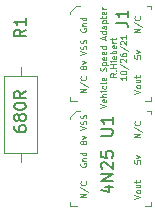
<source format=gbr>
%TF.GenerationSoftware,KiCad,Pcbnew,(5.1.6)-1*%
%TF.CreationDate,2021-10-26T16:01:37-07:00*%
%TF.ProjectId,VSS Signal Adapter,56535320-5369-4676-9e61-6c2041646170,rev?*%
%TF.SameCoordinates,Original*%
%TF.FileFunction,Legend,Top*%
%TF.FilePolarity,Positive*%
%FSLAX46Y46*%
G04 Gerber Fmt 4.6, Leading zero omitted, Abs format (unit mm)*
G04 Created by KiCad (PCBNEW (5.1.6)-1) date 2021-10-26 16:01:37*
%MOMM*%
%LPD*%
G01*
G04 APERTURE LIST*
%ADD10C,0.076200*%
%ADD11C,0.100000*%
%ADD12C,0.120000*%
%ADD13C,0.150000*%
G04 APERTURE END LIST*
D10*
X141163523Y-98926952D02*
X141139333Y-98975333D01*
X141115142Y-98999523D01*
X141066761Y-99023714D01*
X141042571Y-99023714D01*
X140994190Y-98999523D01*
X140970000Y-98975333D01*
X140945809Y-98926952D01*
X140945809Y-98830190D01*
X140970000Y-98781809D01*
X140994190Y-98757619D01*
X141042571Y-98733428D01*
X141066761Y-98733428D01*
X141115142Y-98757619D01*
X141139333Y-98781809D01*
X141163523Y-98830190D01*
X141163523Y-98926952D01*
X141187714Y-98975333D01*
X141211904Y-98999523D01*
X141260285Y-99023714D01*
X141357047Y-99023714D01*
X141405428Y-98999523D01*
X141429619Y-98975333D01*
X141453809Y-98926952D01*
X141453809Y-98830190D01*
X141429619Y-98781809D01*
X141405428Y-98757619D01*
X141357047Y-98733428D01*
X141260285Y-98733428D01*
X141211904Y-98757619D01*
X141187714Y-98781809D01*
X141163523Y-98830190D01*
X141115142Y-98564095D02*
X141453809Y-98443142D01*
X141115142Y-98322190D01*
X140945809Y-97814190D02*
X141453809Y-97644857D01*
X140945809Y-97475523D01*
X141429619Y-97330380D02*
X141453809Y-97257809D01*
X141453809Y-97136857D01*
X141429619Y-97088476D01*
X141405428Y-97064285D01*
X141357047Y-97040095D01*
X141308666Y-97040095D01*
X141260285Y-97064285D01*
X141236095Y-97088476D01*
X141211904Y-97136857D01*
X141187714Y-97233619D01*
X141163523Y-97282000D01*
X141139333Y-97306190D01*
X141090952Y-97330380D01*
X141042571Y-97330380D01*
X140994190Y-97306190D01*
X140970000Y-97282000D01*
X140945809Y-97233619D01*
X140945809Y-97112666D01*
X140970000Y-97040095D01*
X141429619Y-96846571D02*
X141453809Y-96774000D01*
X141453809Y-96653047D01*
X141429619Y-96604666D01*
X141405428Y-96580476D01*
X141357047Y-96556285D01*
X141308666Y-96556285D01*
X141260285Y-96580476D01*
X141236095Y-96604666D01*
X141211904Y-96653047D01*
X141187714Y-96749809D01*
X141163523Y-96798190D01*
X141139333Y-96822380D01*
X141090952Y-96846571D01*
X141042571Y-96846571D01*
X140994190Y-96822380D01*
X140970000Y-96798190D01*
X140945809Y-96749809D01*
X140945809Y-96628857D01*
X140970000Y-96556285D01*
X140970000Y-100656571D02*
X140945809Y-100704952D01*
X140945809Y-100777523D01*
X140970000Y-100850095D01*
X141018380Y-100898476D01*
X141066761Y-100922666D01*
X141163523Y-100946857D01*
X141236095Y-100946857D01*
X141332857Y-100922666D01*
X141381238Y-100898476D01*
X141429619Y-100850095D01*
X141453809Y-100777523D01*
X141453809Y-100729142D01*
X141429619Y-100656571D01*
X141405428Y-100632380D01*
X141236095Y-100632380D01*
X141236095Y-100729142D01*
X141115142Y-100414666D02*
X141453809Y-100414666D01*
X141163523Y-100414666D02*
X141139333Y-100390476D01*
X141115142Y-100342095D01*
X141115142Y-100269523D01*
X141139333Y-100221142D01*
X141187714Y-100196952D01*
X141453809Y-100196952D01*
X141453809Y-99737333D02*
X140945809Y-99737333D01*
X141429619Y-99737333D02*
X141453809Y-99785714D01*
X141453809Y-99882476D01*
X141429619Y-99930857D01*
X141405428Y-99955047D01*
X141357047Y-99979238D01*
X141211904Y-99979238D01*
X141163523Y-99955047D01*
X141139333Y-99930857D01*
X141115142Y-99882476D01*
X141115142Y-99785714D01*
X141139333Y-99737333D01*
X145517809Y-103644095D02*
X146025809Y-103474761D01*
X145517809Y-103305428D01*
X146025809Y-103063523D02*
X146001619Y-103111904D01*
X145977428Y-103136095D01*
X145929047Y-103160285D01*
X145783904Y-103160285D01*
X145735523Y-103136095D01*
X145711333Y-103111904D01*
X145687142Y-103063523D01*
X145687142Y-102990952D01*
X145711333Y-102942571D01*
X145735523Y-102918380D01*
X145783904Y-102894190D01*
X145929047Y-102894190D01*
X145977428Y-102918380D01*
X146001619Y-102942571D01*
X146025809Y-102990952D01*
X146025809Y-103063523D01*
X145687142Y-102458761D02*
X146025809Y-102458761D01*
X145687142Y-102676476D02*
X145953238Y-102676476D01*
X146001619Y-102652285D01*
X146025809Y-102603904D01*
X146025809Y-102531333D01*
X146001619Y-102482952D01*
X145977428Y-102458761D01*
X145687142Y-102289428D02*
X145687142Y-102095904D01*
X145517809Y-102216857D02*
X145953238Y-102216857D01*
X146001619Y-102192666D01*
X146025809Y-102144285D01*
X146025809Y-102095904D01*
X145517809Y-100402571D02*
X145517809Y-100644476D01*
X145759714Y-100668666D01*
X145735523Y-100644476D01*
X145711333Y-100596095D01*
X145711333Y-100475142D01*
X145735523Y-100426761D01*
X145759714Y-100402571D01*
X145808095Y-100378380D01*
X145929047Y-100378380D01*
X145977428Y-100402571D01*
X146001619Y-100426761D01*
X146025809Y-100475142D01*
X146025809Y-100596095D01*
X146001619Y-100644476D01*
X145977428Y-100668666D01*
X145687142Y-100209047D02*
X146025809Y-100088095D01*
X145687142Y-99967142D01*
X141453809Y-103535238D02*
X140945809Y-103535238D01*
X141453809Y-103244952D01*
X140945809Y-103244952D01*
X140921619Y-102640190D02*
X141574761Y-103075619D01*
X141405428Y-102180571D02*
X141429619Y-102204761D01*
X141453809Y-102277333D01*
X141453809Y-102325714D01*
X141429619Y-102398285D01*
X141381238Y-102446666D01*
X141332857Y-102470857D01*
X141236095Y-102495047D01*
X141163523Y-102495047D01*
X141066761Y-102470857D01*
X141018380Y-102446666D01*
X140970000Y-102398285D01*
X140945809Y-102325714D01*
X140945809Y-102277333D01*
X140970000Y-102204761D01*
X140994190Y-102180571D01*
X146025809Y-98455238D02*
X145517809Y-98455238D01*
X146025809Y-98164952D01*
X145517809Y-98164952D01*
X145493619Y-97560190D02*
X146146761Y-97995619D01*
X145977428Y-97100571D02*
X146001619Y-97124761D01*
X146025809Y-97197333D01*
X146025809Y-97245714D01*
X146001619Y-97318285D01*
X145953238Y-97366666D01*
X145904857Y-97390857D01*
X145808095Y-97415047D01*
X145735523Y-97415047D01*
X145638761Y-97390857D01*
X145590380Y-97366666D01*
X145542000Y-97318285D01*
X145517809Y-97245714D01*
X145517809Y-97197333D01*
X145542000Y-97124761D01*
X145566190Y-97100571D01*
X142647609Y-95951523D02*
X143155609Y-95782190D01*
X142647609Y-95612857D01*
X143131419Y-95250000D02*
X143155609Y-95298380D01*
X143155609Y-95395142D01*
X143131419Y-95443523D01*
X143083038Y-95467714D01*
X142889514Y-95467714D01*
X142841133Y-95443523D01*
X142816942Y-95395142D01*
X142816942Y-95298380D01*
X142841133Y-95250000D01*
X142889514Y-95225809D01*
X142937895Y-95225809D01*
X142986276Y-95467714D01*
X143155609Y-95008095D02*
X142647609Y-95008095D01*
X143155609Y-94790380D02*
X142889514Y-94790380D01*
X142841133Y-94814571D01*
X142816942Y-94862952D01*
X142816942Y-94935523D01*
X142841133Y-94983904D01*
X142865323Y-95008095D01*
X143155609Y-94548476D02*
X142816942Y-94548476D01*
X142647609Y-94548476D02*
X142671800Y-94572666D01*
X142695990Y-94548476D01*
X142671800Y-94524285D01*
X142647609Y-94548476D01*
X142695990Y-94548476D01*
X143131419Y-94088857D02*
X143155609Y-94137238D01*
X143155609Y-94234000D01*
X143131419Y-94282380D01*
X143107228Y-94306571D01*
X143058847Y-94330761D01*
X142913704Y-94330761D01*
X142865323Y-94306571D01*
X142841133Y-94282380D01*
X142816942Y-94234000D01*
X142816942Y-94137238D01*
X142841133Y-94088857D01*
X143155609Y-93798571D02*
X143131419Y-93846952D01*
X143083038Y-93871142D01*
X142647609Y-93871142D01*
X143131419Y-93411523D02*
X143155609Y-93459904D01*
X143155609Y-93556666D01*
X143131419Y-93605047D01*
X143083038Y-93629238D01*
X142889514Y-93629238D01*
X142841133Y-93605047D01*
X142816942Y-93556666D01*
X142816942Y-93459904D01*
X142841133Y-93411523D01*
X142889514Y-93387333D01*
X142937895Y-93387333D01*
X142986276Y-93629238D01*
X143131419Y-92806761D02*
X143155609Y-92734190D01*
X143155609Y-92613238D01*
X143131419Y-92564857D01*
X143107228Y-92540666D01*
X143058847Y-92516476D01*
X143010466Y-92516476D01*
X142962085Y-92540666D01*
X142937895Y-92564857D01*
X142913704Y-92613238D01*
X142889514Y-92710000D01*
X142865323Y-92758380D01*
X142841133Y-92782571D01*
X142792752Y-92806761D01*
X142744371Y-92806761D01*
X142695990Y-92782571D01*
X142671800Y-92758380D01*
X142647609Y-92710000D01*
X142647609Y-92589047D01*
X142671800Y-92516476D01*
X142816942Y-92298761D02*
X143324942Y-92298761D01*
X142841133Y-92298761D02*
X142816942Y-92250380D01*
X142816942Y-92153619D01*
X142841133Y-92105238D01*
X142865323Y-92081047D01*
X142913704Y-92056857D01*
X143058847Y-92056857D01*
X143107228Y-92081047D01*
X143131419Y-92105238D01*
X143155609Y-92153619D01*
X143155609Y-92250380D01*
X143131419Y-92298761D01*
X143131419Y-91645619D02*
X143155609Y-91694000D01*
X143155609Y-91790761D01*
X143131419Y-91839142D01*
X143083038Y-91863333D01*
X142889514Y-91863333D01*
X142841133Y-91839142D01*
X142816942Y-91790761D01*
X142816942Y-91694000D01*
X142841133Y-91645619D01*
X142889514Y-91621428D01*
X142937895Y-91621428D01*
X142986276Y-91863333D01*
X143131419Y-91210190D02*
X143155609Y-91258571D01*
X143155609Y-91355333D01*
X143131419Y-91403714D01*
X143083038Y-91427904D01*
X142889514Y-91427904D01*
X142841133Y-91403714D01*
X142816942Y-91355333D01*
X142816942Y-91258571D01*
X142841133Y-91210190D01*
X142889514Y-91186000D01*
X142937895Y-91186000D01*
X142986276Y-91427904D01*
X143155609Y-90750571D02*
X142647609Y-90750571D01*
X143131419Y-90750571D02*
X143155609Y-90798952D01*
X143155609Y-90895714D01*
X143131419Y-90944095D01*
X143107228Y-90968285D01*
X143058847Y-90992476D01*
X142913704Y-90992476D01*
X142865323Y-90968285D01*
X142841133Y-90944095D01*
X142816942Y-90895714D01*
X142816942Y-90798952D01*
X142841133Y-90750571D01*
X143010466Y-90145809D02*
X143010466Y-89903904D01*
X143155609Y-90194190D02*
X142647609Y-90024857D01*
X143155609Y-89855523D01*
X143155609Y-89468476D02*
X142647609Y-89468476D01*
X143131419Y-89468476D02*
X143155609Y-89516857D01*
X143155609Y-89613619D01*
X143131419Y-89662000D01*
X143107228Y-89686190D01*
X143058847Y-89710380D01*
X142913704Y-89710380D01*
X142865323Y-89686190D01*
X142841133Y-89662000D01*
X142816942Y-89613619D01*
X142816942Y-89516857D01*
X142841133Y-89468476D01*
X143155609Y-89008857D02*
X142889514Y-89008857D01*
X142841133Y-89033047D01*
X142816942Y-89081428D01*
X142816942Y-89178190D01*
X142841133Y-89226571D01*
X143131419Y-89008857D02*
X143155609Y-89057238D01*
X143155609Y-89178190D01*
X143131419Y-89226571D01*
X143083038Y-89250761D01*
X143034657Y-89250761D01*
X142986276Y-89226571D01*
X142962085Y-89178190D01*
X142962085Y-89057238D01*
X142937895Y-89008857D01*
X142816942Y-88766952D02*
X143324942Y-88766952D01*
X142841133Y-88766952D02*
X142816942Y-88718571D01*
X142816942Y-88621809D01*
X142841133Y-88573428D01*
X142865323Y-88549238D01*
X142913704Y-88525047D01*
X143058847Y-88525047D01*
X143107228Y-88549238D01*
X143131419Y-88573428D01*
X143155609Y-88621809D01*
X143155609Y-88718571D01*
X143131419Y-88766952D01*
X142816942Y-88379904D02*
X142816942Y-88186380D01*
X142647609Y-88307333D02*
X143083038Y-88307333D01*
X143131419Y-88283142D01*
X143155609Y-88234761D01*
X143155609Y-88186380D01*
X143131419Y-87823523D02*
X143155609Y-87871904D01*
X143155609Y-87968666D01*
X143131419Y-88017047D01*
X143083038Y-88041238D01*
X142889514Y-88041238D01*
X142841133Y-88017047D01*
X142816942Y-87968666D01*
X142816942Y-87871904D01*
X142841133Y-87823523D01*
X142889514Y-87799333D01*
X142937895Y-87799333D01*
X142986276Y-88041238D01*
X143155609Y-87581619D02*
X142816942Y-87581619D01*
X142913704Y-87581619D02*
X142865323Y-87557428D01*
X142841133Y-87533238D01*
X142816942Y-87484857D01*
X142816942Y-87436476D01*
X143993809Y-93012380D02*
X143751904Y-93181714D01*
X143993809Y-93302666D02*
X143485809Y-93302666D01*
X143485809Y-93109142D01*
X143510000Y-93060761D01*
X143534190Y-93036571D01*
X143582571Y-93012380D01*
X143655142Y-93012380D01*
X143703523Y-93036571D01*
X143727714Y-93060761D01*
X143751904Y-93109142D01*
X143751904Y-93302666D01*
X143945428Y-92794666D02*
X143969619Y-92770476D01*
X143993809Y-92794666D01*
X143969619Y-92818857D01*
X143945428Y-92794666D01*
X143993809Y-92794666D01*
X143993809Y-92552761D02*
X143485809Y-92552761D01*
X143727714Y-92552761D02*
X143727714Y-92262476D01*
X143993809Y-92262476D02*
X143485809Y-92262476D01*
X143993809Y-92020571D02*
X143655142Y-92020571D01*
X143485809Y-92020571D02*
X143510000Y-92044761D01*
X143534190Y-92020571D01*
X143510000Y-91996380D01*
X143485809Y-92020571D01*
X143534190Y-92020571D01*
X143969619Y-91585142D02*
X143993809Y-91633523D01*
X143993809Y-91730285D01*
X143969619Y-91778666D01*
X143921238Y-91802857D01*
X143727714Y-91802857D01*
X143679333Y-91778666D01*
X143655142Y-91730285D01*
X143655142Y-91633523D01*
X143679333Y-91585142D01*
X143727714Y-91560952D01*
X143776095Y-91560952D01*
X143824476Y-91802857D01*
X143993809Y-91343238D02*
X143485809Y-91343238D01*
X143679333Y-91343238D02*
X143655142Y-91294857D01*
X143655142Y-91198095D01*
X143679333Y-91149714D01*
X143703523Y-91125523D01*
X143751904Y-91101333D01*
X143897047Y-91101333D01*
X143945428Y-91125523D01*
X143969619Y-91149714D01*
X143993809Y-91198095D01*
X143993809Y-91294857D01*
X143969619Y-91343238D01*
X143969619Y-90690095D02*
X143993809Y-90738476D01*
X143993809Y-90835238D01*
X143969619Y-90883619D01*
X143921238Y-90907809D01*
X143727714Y-90907809D01*
X143679333Y-90883619D01*
X143655142Y-90835238D01*
X143655142Y-90738476D01*
X143679333Y-90690095D01*
X143727714Y-90665904D01*
X143776095Y-90665904D01*
X143824476Y-90907809D01*
X143993809Y-90448190D02*
X143655142Y-90448190D01*
X143751904Y-90448190D02*
X143703523Y-90424000D01*
X143679333Y-90399809D01*
X143655142Y-90351428D01*
X143655142Y-90303047D01*
X143655142Y-90206285D02*
X143655142Y-90012761D01*
X143485809Y-90133714D02*
X143921238Y-90133714D01*
X143969619Y-90109523D01*
X143993809Y-90061142D01*
X143993809Y-90012761D01*
X144832009Y-93290571D02*
X144832009Y-93580857D01*
X144832009Y-93435714D02*
X144324009Y-93435714D01*
X144396580Y-93484095D01*
X144444961Y-93532476D01*
X144469152Y-93580857D01*
X144324009Y-92976095D02*
X144324009Y-92927714D01*
X144348200Y-92879333D01*
X144372390Y-92855142D01*
X144420771Y-92830952D01*
X144517533Y-92806761D01*
X144638485Y-92806761D01*
X144735247Y-92830952D01*
X144783628Y-92855142D01*
X144807819Y-92879333D01*
X144832009Y-92927714D01*
X144832009Y-92976095D01*
X144807819Y-93024476D01*
X144783628Y-93048666D01*
X144735247Y-93072857D01*
X144638485Y-93097047D01*
X144517533Y-93097047D01*
X144420771Y-93072857D01*
X144372390Y-93048666D01*
X144348200Y-93024476D01*
X144324009Y-92976095D01*
X144299819Y-92226190D02*
X144952961Y-92661619D01*
X144372390Y-92081047D02*
X144348200Y-92056857D01*
X144324009Y-92008476D01*
X144324009Y-91887523D01*
X144348200Y-91839142D01*
X144372390Y-91814952D01*
X144420771Y-91790761D01*
X144469152Y-91790761D01*
X144541723Y-91814952D01*
X144832009Y-92105238D01*
X144832009Y-91790761D01*
X144324009Y-91355333D02*
X144324009Y-91452095D01*
X144348200Y-91500476D01*
X144372390Y-91524666D01*
X144444961Y-91573047D01*
X144541723Y-91597238D01*
X144735247Y-91597238D01*
X144783628Y-91573047D01*
X144807819Y-91548857D01*
X144832009Y-91500476D01*
X144832009Y-91403714D01*
X144807819Y-91355333D01*
X144783628Y-91331142D01*
X144735247Y-91306952D01*
X144614295Y-91306952D01*
X144565914Y-91331142D01*
X144541723Y-91355333D01*
X144517533Y-91403714D01*
X144517533Y-91500476D01*
X144541723Y-91548857D01*
X144565914Y-91573047D01*
X144614295Y-91597238D01*
X144299819Y-90726380D02*
X144952961Y-91161809D01*
X144372390Y-90581238D02*
X144348200Y-90557047D01*
X144324009Y-90508666D01*
X144324009Y-90387714D01*
X144348200Y-90339333D01*
X144372390Y-90315142D01*
X144420771Y-90290952D01*
X144469152Y-90290952D01*
X144541723Y-90315142D01*
X144832009Y-90605428D01*
X144832009Y-90290952D01*
X144832009Y-89807142D02*
X144832009Y-90097428D01*
X144832009Y-89952285D02*
X144324009Y-89952285D01*
X144396580Y-90000666D01*
X144444961Y-90049047D01*
X144469152Y-90097428D01*
X145517809Y-94754095D02*
X146025809Y-94584761D01*
X145517809Y-94415428D01*
X146025809Y-94173523D02*
X146001619Y-94221904D01*
X145977428Y-94246095D01*
X145929047Y-94270285D01*
X145783904Y-94270285D01*
X145735523Y-94246095D01*
X145711333Y-94221904D01*
X145687142Y-94173523D01*
X145687142Y-94100952D01*
X145711333Y-94052571D01*
X145735523Y-94028380D01*
X145783904Y-94004190D01*
X145929047Y-94004190D01*
X145977428Y-94028380D01*
X146001619Y-94052571D01*
X146025809Y-94100952D01*
X146025809Y-94173523D01*
X145687142Y-93568761D02*
X146025809Y-93568761D01*
X145687142Y-93786476D02*
X145953238Y-93786476D01*
X146001619Y-93762285D01*
X146025809Y-93713904D01*
X146025809Y-93641333D01*
X146001619Y-93592952D01*
X145977428Y-93568761D01*
X145687142Y-93399428D02*
X145687142Y-93205904D01*
X145517809Y-93326857D02*
X145953238Y-93326857D01*
X146001619Y-93302666D01*
X146025809Y-93254285D01*
X146025809Y-93205904D01*
X145517809Y-91512571D02*
X145517809Y-91754476D01*
X145759714Y-91778666D01*
X145735523Y-91754476D01*
X145711333Y-91706095D01*
X145711333Y-91585142D01*
X145735523Y-91536761D01*
X145759714Y-91512571D01*
X145808095Y-91488380D01*
X145929047Y-91488380D01*
X145977428Y-91512571D01*
X146001619Y-91536761D01*
X146025809Y-91585142D01*
X146025809Y-91706095D01*
X146001619Y-91754476D01*
X145977428Y-91778666D01*
X145687142Y-91319047D02*
X146025809Y-91198095D01*
X145687142Y-91077142D01*
X146025809Y-89565238D02*
X145517809Y-89565238D01*
X146025809Y-89274952D01*
X145517809Y-89274952D01*
X145493619Y-88670190D02*
X146146761Y-89105619D01*
X145977428Y-88210571D02*
X146001619Y-88234761D01*
X146025809Y-88307333D01*
X146025809Y-88355714D01*
X146001619Y-88428285D01*
X145953238Y-88476666D01*
X145904857Y-88500857D01*
X145808095Y-88525047D01*
X145735523Y-88525047D01*
X145638761Y-88500857D01*
X145590380Y-88476666D01*
X145542000Y-88428285D01*
X145517809Y-88355714D01*
X145517809Y-88307333D01*
X145542000Y-88234761D01*
X145566190Y-88210571D01*
X141453809Y-94645238D02*
X140945809Y-94645238D01*
X141453809Y-94354952D01*
X140945809Y-94354952D01*
X140921619Y-93750190D02*
X141574761Y-94185619D01*
X141405428Y-93290571D02*
X141429619Y-93314761D01*
X141453809Y-93387333D01*
X141453809Y-93435714D01*
X141429619Y-93508285D01*
X141381238Y-93556666D01*
X141332857Y-93580857D01*
X141236095Y-93605047D01*
X141163523Y-93605047D01*
X141066761Y-93580857D01*
X141018380Y-93556666D01*
X140970000Y-93508285D01*
X140945809Y-93435714D01*
X140945809Y-93387333D01*
X140970000Y-93314761D01*
X140994190Y-93290571D01*
X141163523Y-92576952D02*
X141139333Y-92625333D01*
X141115142Y-92649523D01*
X141066761Y-92673714D01*
X141042571Y-92673714D01*
X140994190Y-92649523D01*
X140970000Y-92625333D01*
X140945809Y-92576952D01*
X140945809Y-92480190D01*
X140970000Y-92431809D01*
X140994190Y-92407619D01*
X141042571Y-92383428D01*
X141066761Y-92383428D01*
X141115142Y-92407619D01*
X141139333Y-92431809D01*
X141163523Y-92480190D01*
X141163523Y-92576952D01*
X141187714Y-92625333D01*
X141211904Y-92649523D01*
X141260285Y-92673714D01*
X141357047Y-92673714D01*
X141405428Y-92649523D01*
X141429619Y-92625333D01*
X141453809Y-92576952D01*
X141453809Y-92480190D01*
X141429619Y-92431809D01*
X141405428Y-92407619D01*
X141357047Y-92383428D01*
X141260285Y-92383428D01*
X141211904Y-92407619D01*
X141187714Y-92431809D01*
X141163523Y-92480190D01*
X141115142Y-92214095D02*
X141453809Y-92093142D01*
X141115142Y-91972190D01*
X140945809Y-91464190D02*
X141453809Y-91294857D01*
X140945809Y-91125523D01*
X141429619Y-90980380D02*
X141453809Y-90907809D01*
X141453809Y-90786857D01*
X141429619Y-90738476D01*
X141405428Y-90714285D01*
X141357047Y-90690095D01*
X141308666Y-90690095D01*
X141260285Y-90714285D01*
X141236095Y-90738476D01*
X141211904Y-90786857D01*
X141187714Y-90883619D01*
X141163523Y-90932000D01*
X141139333Y-90956190D01*
X141090952Y-90980380D01*
X141042571Y-90980380D01*
X140994190Y-90956190D01*
X140970000Y-90932000D01*
X140945809Y-90883619D01*
X140945809Y-90762666D01*
X140970000Y-90690095D01*
X141429619Y-90496571D02*
X141453809Y-90424000D01*
X141453809Y-90303047D01*
X141429619Y-90254666D01*
X141405428Y-90230476D01*
X141357047Y-90206285D01*
X141308666Y-90206285D01*
X141260285Y-90230476D01*
X141236095Y-90254666D01*
X141211904Y-90303047D01*
X141187714Y-90399809D01*
X141163523Y-90448190D01*
X141139333Y-90472380D01*
X141090952Y-90496571D01*
X141042571Y-90496571D01*
X140994190Y-90472380D01*
X140970000Y-90448190D01*
X140945809Y-90399809D01*
X140945809Y-90278857D01*
X140970000Y-90206285D01*
X140970000Y-89226571D02*
X140945809Y-89274952D01*
X140945809Y-89347523D01*
X140970000Y-89420095D01*
X141018380Y-89468476D01*
X141066761Y-89492666D01*
X141163523Y-89516857D01*
X141236095Y-89516857D01*
X141332857Y-89492666D01*
X141381238Y-89468476D01*
X141429619Y-89420095D01*
X141453809Y-89347523D01*
X141453809Y-89299142D01*
X141429619Y-89226571D01*
X141405428Y-89202380D01*
X141236095Y-89202380D01*
X141236095Y-89299142D01*
X141115142Y-88984666D02*
X141453809Y-88984666D01*
X141163523Y-88984666D02*
X141139333Y-88960476D01*
X141115142Y-88912095D01*
X141115142Y-88839523D01*
X141139333Y-88791142D01*
X141187714Y-88766952D01*
X141453809Y-88766952D01*
X141453809Y-88307333D02*
X140945809Y-88307333D01*
X141429619Y-88307333D02*
X141453809Y-88355714D01*
X141453809Y-88452476D01*
X141429619Y-88500857D01*
X141405428Y-88525047D01*
X141357047Y-88549238D01*
X141211904Y-88549238D01*
X141163523Y-88525047D01*
X141139333Y-88500857D01*
X141115142Y-88452476D01*
X141115142Y-88355714D01*
X141139333Y-88307333D01*
D11*
%TO.C,U1*%
X140590000Y-96210000D02*
X140115000Y-96685000D01*
X140100000Y-103890000D02*
X140100000Y-104290000D01*
X140100000Y-104290000D02*
X140700000Y-104290000D01*
X146900000Y-104290000D02*
X146900000Y-103890000D01*
X146900000Y-104290000D02*
X146400000Y-104290000D01*
X140115000Y-96910000D02*
X140115000Y-96685000D01*
X140590000Y-96210000D02*
X140890000Y-96210000D01*
X146900000Y-96500000D02*
X146900000Y-96200000D01*
X146900000Y-96200000D02*
X146600000Y-96200000D01*
D12*
%TO.C,R1*%
X137260000Y-93250000D02*
X134520000Y-93250000D01*
X134520000Y-93250000D02*
X134520000Y-99790000D01*
X134520000Y-99790000D02*
X137260000Y-99790000D01*
X137260000Y-99790000D02*
X137260000Y-93250000D01*
X135890000Y-92480000D02*
X135890000Y-93250000D01*
X135890000Y-100560000D02*
X135890000Y-99790000D01*
D11*
%TO.C,J1*%
X140590000Y-87320000D02*
X140115000Y-87795000D01*
X140100000Y-95000000D02*
X140100000Y-95400000D01*
X140100000Y-95400000D02*
X140700000Y-95400000D01*
X146900000Y-95400000D02*
X146900000Y-95000000D01*
X146900000Y-95400000D02*
X146400000Y-95400000D01*
X140115000Y-88020000D02*
X140115000Y-87795000D01*
X140590000Y-87320000D02*
X140890000Y-87320000D01*
X146900000Y-87610000D02*
X146900000Y-87310000D01*
X146900000Y-87310000D02*
X146600000Y-87310000D01*
%TO.C,U1*%
D13*
X142708380Y-98297904D02*
X143517904Y-98297904D01*
X143613142Y-98250285D01*
X143660761Y-98202666D01*
X143708380Y-98107428D01*
X143708380Y-97916952D01*
X143660761Y-97821714D01*
X143613142Y-97774095D01*
X143517904Y-97726476D01*
X142708380Y-97726476D01*
X143708380Y-96726476D02*
X143708380Y-97297904D01*
X143708380Y-97012190D02*
X142708380Y-97012190D01*
X142851238Y-97107428D01*
X142946476Y-97202666D01*
X142994095Y-97297904D01*
X143041714Y-102631714D02*
X143708380Y-102631714D01*
X142660761Y-102869809D02*
X143375047Y-103107904D01*
X143375047Y-102488857D01*
X143708380Y-102107904D02*
X142708380Y-102107904D01*
X143708380Y-101536476D01*
X142708380Y-101536476D01*
X142803619Y-101107904D02*
X142756000Y-101060285D01*
X142708380Y-100965047D01*
X142708380Y-100726952D01*
X142756000Y-100631714D01*
X142803619Y-100584095D01*
X142898857Y-100536476D01*
X142994095Y-100536476D01*
X143136952Y-100584095D01*
X143708380Y-101155523D01*
X143708380Y-100536476D01*
X142708380Y-99631714D02*
X142708380Y-100107904D01*
X143184571Y-100155523D01*
X143136952Y-100107904D01*
X143089333Y-100012666D01*
X143089333Y-99774571D01*
X143136952Y-99679333D01*
X143184571Y-99631714D01*
X143279809Y-99584095D01*
X143517904Y-99584095D01*
X143613142Y-99631714D01*
X143660761Y-99679333D01*
X143708380Y-99774571D01*
X143708380Y-100012666D01*
X143660761Y-100107904D01*
X143613142Y-100155523D01*
%TO.C,R1*%
X136342380Y-89320666D02*
X135866190Y-89654000D01*
X136342380Y-89892095D02*
X135342380Y-89892095D01*
X135342380Y-89511142D01*
X135390000Y-89415904D01*
X135437619Y-89368285D01*
X135532857Y-89320666D01*
X135675714Y-89320666D01*
X135770952Y-89368285D01*
X135818571Y-89415904D01*
X135866190Y-89511142D01*
X135866190Y-89892095D01*
X136342380Y-88368285D02*
X136342380Y-88939714D01*
X136342380Y-88654000D02*
X135342380Y-88654000D01*
X135485238Y-88749238D01*
X135580476Y-88844476D01*
X135628095Y-88939714D01*
X135342380Y-97527904D02*
X135342380Y-97718380D01*
X135390000Y-97813619D01*
X135437619Y-97861238D01*
X135580476Y-97956476D01*
X135770952Y-98004095D01*
X136151904Y-98004095D01*
X136247142Y-97956476D01*
X136294761Y-97908857D01*
X136342380Y-97813619D01*
X136342380Y-97623142D01*
X136294761Y-97527904D01*
X136247142Y-97480285D01*
X136151904Y-97432666D01*
X135913809Y-97432666D01*
X135818571Y-97480285D01*
X135770952Y-97527904D01*
X135723333Y-97623142D01*
X135723333Y-97813619D01*
X135770952Y-97908857D01*
X135818571Y-97956476D01*
X135913809Y-98004095D01*
X135770952Y-96861238D02*
X135723333Y-96956476D01*
X135675714Y-97004095D01*
X135580476Y-97051714D01*
X135532857Y-97051714D01*
X135437619Y-97004095D01*
X135390000Y-96956476D01*
X135342380Y-96861238D01*
X135342380Y-96670761D01*
X135390000Y-96575523D01*
X135437619Y-96527904D01*
X135532857Y-96480285D01*
X135580476Y-96480285D01*
X135675714Y-96527904D01*
X135723333Y-96575523D01*
X135770952Y-96670761D01*
X135770952Y-96861238D01*
X135818571Y-96956476D01*
X135866190Y-97004095D01*
X135961428Y-97051714D01*
X136151904Y-97051714D01*
X136247142Y-97004095D01*
X136294761Y-96956476D01*
X136342380Y-96861238D01*
X136342380Y-96670761D01*
X136294761Y-96575523D01*
X136247142Y-96527904D01*
X136151904Y-96480285D01*
X135961428Y-96480285D01*
X135866190Y-96527904D01*
X135818571Y-96575523D01*
X135770952Y-96670761D01*
X135342380Y-95861238D02*
X135342380Y-95766000D01*
X135390000Y-95670761D01*
X135437619Y-95623142D01*
X135532857Y-95575523D01*
X135723333Y-95527904D01*
X135961428Y-95527904D01*
X136151904Y-95575523D01*
X136247142Y-95623142D01*
X136294761Y-95670761D01*
X136342380Y-95766000D01*
X136342380Y-95861238D01*
X136294761Y-95956476D01*
X136247142Y-96004095D01*
X136151904Y-96051714D01*
X135961428Y-96099333D01*
X135723333Y-96099333D01*
X135532857Y-96051714D01*
X135437619Y-96004095D01*
X135390000Y-95956476D01*
X135342380Y-95861238D01*
X136342380Y-94527904D02*
X135866190Y-94861238D01*
X136342380Y-95099333D02*
X135342380Y-95099333D01*
X135342380Y-94718380D01*
X135390000Y-94623142D01*
X135437619Y-94575523D01*
X135532857Y-94527904D01*
X135675714Y-94527904D01*
X135770952Y-94575523D01*
X135818571Y-94623142D01*
X135866190Y-94718380D01*
X135866190Y-95099333D01*
%TO.C,J1*%
X143978380Y-88725333D02*
X144692666Y-88725333D01*
X144835523Y-88772952D01*
X144930761Y-88868190D01*
X144978380Y-89011047D01*
X144978380Y-89106285D01*
X144978380Y-87725333D02*
X144978380Y-88296761D01*
X144978380Y-88011047D02*
X143978380Y-88011047D01*
X144121238Y-88106285D01*
X144216476Y-88201523D01*
X144264095Y-88296761D01*
%TD*%
M02*

</source>
